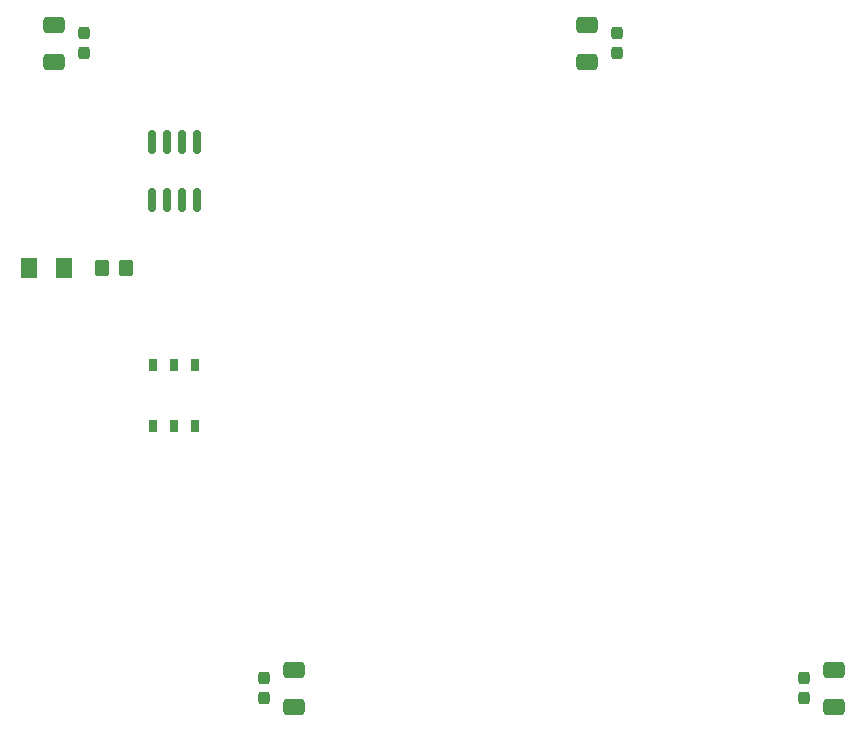
<source format=gbr>
%TF.GenerationSoftware,KiCad,Pcbnew,(6.0.4)*%
%TF.CreationDate,2023-01-10T10:28:08+00:00*%
%TF.ProjectId,il-flatto,696c2d66-6c61-4747-946f-2e6b69636164,rev?*%
%TF.SameCoordinates,Original*%
%TF.FileFunction,Paste,Bot*%
%TF.FilePolarity,Positive*%
%FSLAX46Y46*%
G04 Gerber Fmt 4.6, Leading zero omitted, Abs format (unit mm)*
G04 Created by KiCad (PCBNEW (6.0.4)) date 2023-01-10 10:28:08*
%MOMM*%
%LPD*%
G01*
G04 APERTURE LIST*
G04 Aperture macros list*
%AMRoundRect*
0 Rectangle with rounded corners*
0 $1 Rounding radius*
0 $2 $3 $4 $5 $6 $7 $8 $9 X,Y pos of 4 corners*
0 Add a 4 corners polygon primitive as box body*
4,1,4,$2,$3,$4,$5,$6,$7,$8,$9,$2,$3,0*
0 Add four circle primitives for the rounded corners*
1,1,$1+$1,$2,$3*
1,1,$1+$1,$4,$5*
1,1,$1+$1,$6,$7*
1,1,$1+$1,$8,$9*
0 Add four rect primitives between the rounded corners*
20,1,$1+$1,$2,$3,$4,$5,0*
20,1,$1+$1,$4,$5,$6,$7,0*
20,1,$1+$1,$6,$7,$8,$9,0*
20,1,$1+$1,$8,$9,$2,$3,0*%
G04 Aperture macros list end*
%ADD10RoundRect,0.237500X-0.237500X0.300000X-0.237500X-0.300000X0.237500X-0.300000X0.237500X0.300000X0*%
%ADD11R,0.762000X1.117600*%
%ADD12RoundRect,0.250001X-0.462499X-0.624999X0.462499X-0.624999X0.462499X0.624999X-0.462499X0.624999X0*%
%ADD13RoundRect,0.237500X0.237500X-0.300000X0.237500X0.300000X-0.237500X0.300000X-0.237500X-0.300000X0*%
%ADD14RoundRect,0.250000X0.650000X-0.412500X0.650000X0.412500X-0.650000X0.412500X-0.650000X-0.412500X0*%
%ADD15RoundRect,0.250000X-0.650000X0.412500X-0.650000X-0.412500X0.650000X-0.412500X0.650000X0.412500X0*%
%ADD16RoundRect,0.250000X0.350000X0.450000X-0.350000X0.450000X-0.350000X-0.450000X0.350000X-0.450000X0*%
%ADD17RoundRect,0.150000X0.150000X-0.825000X0.150000X0.825000X-0.150000X0.825000X-0.150000X-0.825000X0*%
G04 APERTURE END LIST*
D10*
%TO.C,C13*%
X187325000Y-153442500D03*
X187325000Y-155167500D03*
%TD*%
D11*
%TO.C,S3*%
X181455002Y-132130800D03*
X179705000Y-132130800D03*
X177955001Y-132130800D03*
X181454999Y-126949200D03*
X179705000Y-126949200D03*
X177954998Y-126949200D03*
%TD*%
D10*
%TO.C,C14*%
X233045000Y-153442500D03*
X233045000Y-155167500D03*
%TD*%
D12*
%TO.C,D2*%
X167422500Y-118745000D03*
X170397500Y-118745000D03*
%TD*%
D13*
%TO.C,C11*%
X217205000Y-100557500D03*
X217205000Y-98832500D03*
%TD*%
%TO.C,C12*%
X172085000Y-100557500D03*
X172085000Y-98832500D03*
%TD*%
D14*
%TO.C,C7*%
X214665000Y-101257500D03*
X214665000Y-98132500D03*
%TD*%
D15*
%TO.C,C9*%
X235585000Y-152742500D03*
X235585000Y-155867500D03*
%TD*%
D14*
%TO.C,C8*%
X169545000Y-101257500D03*
X169545000Y-98132500D03*
%TD*%
D15*
%TO.C,C10*%
X189865000Y-152742500D03*
X189865000Y-155867500D03*
%TD*%
D16*
%TO.C,R12*%
X175625000Y-118745000D03*
X173625000Y-118745000D03*
%TD*%
D17*
%TO.C,IC3*%
X181610000Y-112965000D03*
X180340000Y-112965000D03*
X179070000Y-112965000D03*
X177800000Y-112965000D03*
X177800000Y-108015000D03*
X179070000Y-108015000D03*
X180340000Y-108015000D03*
X181610000Y-108015000D03*
%TD*%
M02*

</source>
